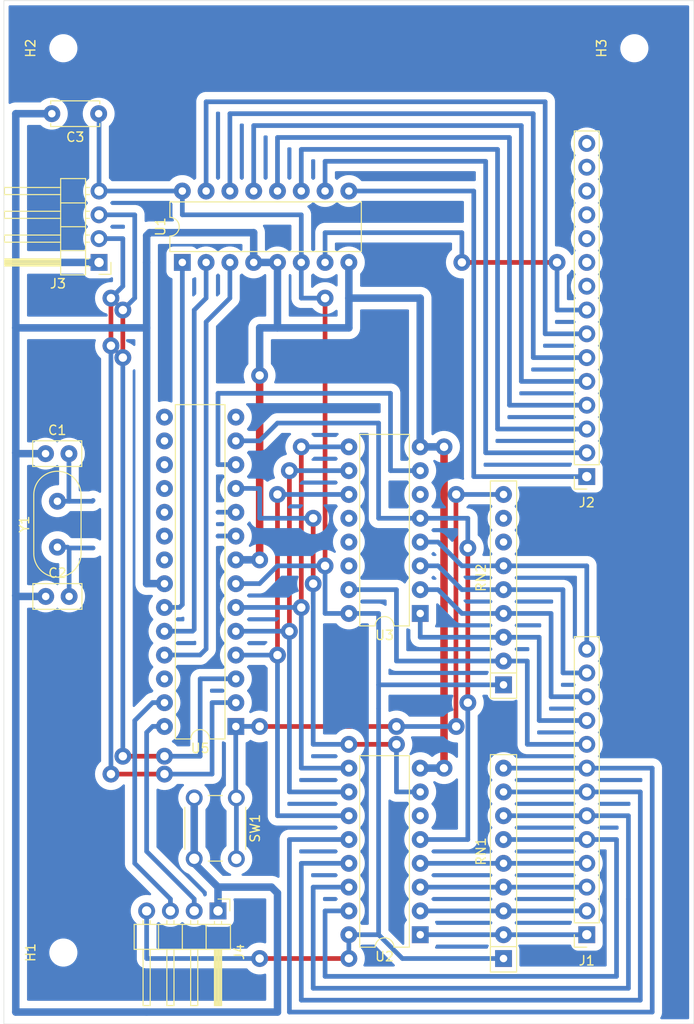
<source format=kicad_pcb>
(kicad_pcb (version 20240108) (generator "pcbnew") (generator_version "8.0")
  (layers (0 "F.Cu" signal) (31 "B.Cu" signal) (34 "B.Paste" user) (35 "F.Paste" user) (36 "B.SilkS" user "B.Silkscreen") (37 "F.SilkS" user "F.Silkscreen") (38 "B.Mask" user) (39 "F.Mask" user) (44 "Edge.Cuts" user))
  (net 0 "")
  (net 1 "VCC")
  (net 2 "GND")
  (net 3 "Net-(J1-Pin_4)")
  (net 4 "Net-(J1-Pin_8)")
  (net 5 "Net-(J1-Pin_12)")
  (net 6 "Net-(J1-Pin_11)")
  (net 7 "Net-(J1-Pin_1)")
  (net 8 "Net-(J1-Pin_9)")
  (net 9 "Net-(J1-Pin_10)")
  (net 10 "Net-(J1-Pin_7)")
  (net 11 "Net-(J1-Pin_6)")
  (net 12 "Net-(J1-Pin_5)")
  (net 13 "Net-(J1-Pin_3)")
  (net 14 "Net-(J1-Pin_13)")
  (net 15 "Net-(J1-Pin_2)")
  (net 16 "Net-(J2-Pin_4)")
  (net 17 "Net-(J2-Pin_8)")
  (net 18 "Net-(J2-Pin_7)")
  (net 19 "Net-(J2-Pin_3)")
  (net 20 "Net-(J2-Pin_1)")
  (net 22 "Net-(J2-Pin_6)")
  (net 26 "Net-(J2-Pin_2)")
  (net 30 "Net-(J2-Pin_5)")
  (net 36 "Net-(U1-A0)")
  (net 37 "Net-(U1-A2)")
  (net 38 "Net-(U1-A1)")
  (net 39 "Net-(U2-~{OE})")
  (net 40 "Net-(U2-S0)")
  (net 41 "Net-(U2-S2)")
  (net 42 "Net-(U2-S1)")
  (net 43 "Net-(U2-Y)")
  (net 44 "Net-(U3-~{OE})")
  (net 45 "/XTAL1")
  (net 46 "/XTAL2")
  (net 47 "/TXD")
  (net 48 "/RXD")
  (net 49 "/SCL")
  (net 51 "RST")
  (net 62 "/SDA")
  (footprint "Package_DIP:DIP-16_W7.62mm" (layer "F.Cu") (at 140.97 97.155 180)
    (property "Reference" "U3" (at 3.81 -2.33 360) (layer "F.SilkS"))
    (property "Value" "74LS251")
    (pad "1" thru_hole rect (at 0 0 180) (size 1.8 1.8) (drill 0.8) (layers "*.Cu" "*.Mask") (net 9 "Net-(J1-Pin_10)"))
    (pad "2" thru_hole oval (at 0 2.54 180) (size 1.8 1.8) (drill 0.8) (layers "*.Cu" "*.Mask") (net 6 "Net-(J1-Pin_11)"))
    (pad "3" thru_hole oval (at 0 5.08 180) (size 1.8 1.8) (drill 0.8) (layers "*.Cu" "*.Mask") (net 5 "Net-(J1-Pin_12)"))
    (pad "4" thru_hole oval (at 0 7.62 180) (size 1.8 1.8) (drill 0.8) (layers "*.Cu" "*.Mask") (net 14 "Net-(J1-Pin_13)"))
    (pad "5" thru_hole oval (at 0 10.16 180) (size 1.8 1.8) (drill 0.8) (layers "*.Cu" "*.Mask") (net 43 "Net-(U2-Y)"))
    (pad "6" thru_hole oval (at 0 12.7 180) (size 1.8 1.8) (drill 0.8) (layers "*.Cu" "*.Mask"))
    (pad "7" thru_hole oval (at 0 15.24 180) (size 1.8 1.8) (drill 0.8) (layers "*.Cu" "*.Mask") (net 44 "Net-(U3-~{OE})"))
    (pad "8" thru_hole oval (at 0 17.78 180) (size 1.8 1.8) (drill 0.8) (layers "*.Cu" "*.Mask") (net 2 "GND"))
    (pad "9" thru_hole oval (at 7.62 17.78 180) (size 1.8 1.8) (drill 0.8) (layers "*.Cu" "*.Mask") (net 41 "Net-(U2-S2)"))
    (pad "10" thru_hole oval (at 7.62 15.24 180) (size 1.8 1.8) (drill 0.8) (layers "*.Cu" "*.Mask") (net 42 "Net-(U2-S1)"))
    (pad "11" thru_hole oval (at 7.62 12.7 180) (size 1.8 1.8) (drill 0.8) (layers "*.Cu" "*.Mask") (net 40 "Net-(U2-S0)"))
    (pad "12" thru_hole oval (at 7.62 10.16 180) (size 1.8 1.8) (drill 0.8) (layers "*.Cu" "*.Mask"))
    (pad "13" thru_hole oval (at 7.62 7.62 180) (size 1.8 1.8) (drill 0.8) (layers "*.Cu" "*.Mask"))
    (pad "14" thru_hole oval (at 7.62 5.08 180) (size 1.8 1.8) (drill 0.8) (layers "*.Cu" "*.Mask"))
    (pad "15" thru_hole oval (at 7.62 2.54 180) (size 1.8 1.8) (drill 0.8) (layers "*.Cu" "*.Mask") (net 8 "Net-(J1-Pin_9)"))
    (pad "16" thru_hole oval (at 7.62 0 180) (size 1.8 1.8) (drill 0.8) (layers "*.Cu" "*.Mask") (net 1 "VCC"))
  )
  (footprint "Capacitor_THT:C_Disc_D5.0mm_W2.5mm_P5.00mm" (layer "F.Cu") (at 106.64 43.815 180)
    (property "Reference" "C3" (at 2.5 -2.5 360) (layer "F.SilkS"))
    (property "Value" "100nF")
    (pad "1" thru_hole circle (at 0 0 180) (size 1.8 1.8) (drill 0.8) (layers "*.Cu" "*.Mask") (net 1 "VCC"))
    (pad "2" thru_hole circle (at 5 0 180) (size 1.8 1.8) (drill 0.8) (layers "*.Cu" "*.Mask") (net 2 "GND"))
  )
  (footprint "MountingHole:MountingHole_2.5mm" (layer "F.Cu") (at 102.87 36.83 90)
    (property "Reference" "H2" (at 0 -3.5 90) (layer "F.SilkS"))
    (property "Value" "MountingHole")
    (pad "" np_thru_hole circle (at 0 0 90) (size 2.5 2.5) (drill 2.5) (layers "*.Cu" "*.Mask"))
  )
  (footprint "Crystal:Crystal_HC18-U_Vertical" (layer "F.Cu") (at 102.235 90.08 90)
    (property "Reference" "Y1" (at 2.45 -3.525 90) (layer "F.SilkS"))
    (property "Value" "8Mhz")
    (pad "1" thru_hole circle (at 0 0 90) (size 1.8 1.8) (drill 0.8) (layers "*.Cu" "*.Mask") (net 46 "/XTAL2"))
    (pad "2" thru_hole circle (at 4.9 0 90) (size 1.8 1.8) (drill 0.8) (layers "*.Cu" "*.Mask") (net 45 "/XTAL1"))
  )
  (footprint "Resistor_THT:R_Array_SIP9" (layer "F.Cu") (at 149.86 104.775 90)
    (property "Reference" "RN2" (at 11.43 -2.4 90) (layer "F.SilkS"))
    (property "Value" "4.7k")
    (pad "1" thru_hole rect (at 0 0 90) (size 1.8 1.8) (drill 0.8) (layers "*.Cu" "*.Mask") (net 1 "VCC"))
    (pad "2" thru_hole oval (at 2.54 0 90) (size 1.8 1.8) (drill 0.8) (layers "*.Cu" "*.Mask") (net 8 "Net-(J1-Pin_9)"))
    (pad "3" thru_hole oval (at 5.08 0 90) (size 1.8 1.8) (drill 0.8) (layers "*.Cu" "*.Mask") (net 9 "Net-(J1-Pin_10)"))
    (pad "4" thru_hole oval (at 7.62 0 90) (size 1.8 1.8) (drill 0.8) (layers "*.Cu" "*.Mask") (net 6 "Net-(J1-Pin_11)"))
    (pad "5" thru_hole oval (at 10.16 0 90) (size 1.8 1.8) (drill 0.8) (layers "*.Cu" "*.Mask") (net 5 "Net-(J1-Pin_12)"))
    (pad "6" thru_hole oval (at 12.7 0 90) (size 1.8 1.8) (drill 0.8) (layers "*.Cu" "*.Mask") (net 14 "Net-(J1-Pin_13)"))
    (pad "7" thru_hole oval (at 15.24 0 90) (size 1.8 1.8) (drill 0.8) (layers "*.Cu" "*.Mask"))
    (pad "8" thru_hole oval (at 17.78 0 90) (size 1.8 1.8) (drill 0.8) (layers "*.Cu" "*.Mask"))
    (pad "9" thru_hole oval (at 20.32 0 90) (size 1.8 1.8) (drill 0.8) (layers "*.Cu" "*.Mask") (net 51 "RST"))
  )
  (footprint "Connector_PinSocket_2.54mm:PinSocket_1x13_P2.54mm_Vertical" (layer "F.Cu") (at 158.75 131.445 180)
    (property "Reference" "J1" (at 0 -2.77 360) (layer "F.SilkS"))
    (property "Value" "Kbd_1")
    (pad "1" thru_hole rect (at 0 0 180) (size 1.8 1.8) (drill 1) (layers "*.Cu" "*.Mask") (net 7 "Net-(J1-Pin_1)"))
    (pad "2" thru_hole oval (at 0 2.54 180) (size 1.8 1.8) (drill 1) (layers "*.Cu" "*.Mask") (net 15 "Net-(J1-Pin_2)"))
    (pad "3" thru_hole oval (at 0 5.08 180) (size 1.8 1.8) (drill 1) (layers "*.Cu" "*.Mask") (net 13 "Net-(J1-Pin_3)"))
    (pad "4" thru_hole oval (at 0 7.62 180) (size 1.8 1.8) (drill 1) (layers "*.Cu" "*.Mask") (net 3 "Net-(J1-Pin_4)"))
    (pad "5" thru_hole oval (at 0 10.16 180) (size 1.8 1.8) (drill 1) (layers "*.Cu" "*.Mask") (net 12 "Net-(J1-Pin_5)"))
    (pad "6" thru_hole oval (at 0 12.7 180) (size 1.8 1.8) (drill 1) (layers "*.Cu" "*.Mask") (net 11 "Net-(J1-Pin_6)"))
    (pad "7" thru_hole oval (at 0 15.24 180) (size 1.8 1.8) (drill 1) (layers "*.Cu" "*.Mask") (net 10 "Net-(J1-Pin_7)"))
    (pad "8" thru_hole oval (at 0 17.78 180) (size 1.8 1.8) (drill 1) (layers "*.Cu" "*.Mask") (net 4 "Net-(J1-Pin_8)"))
    (pad "9" thru_hole oval (at 0 20.32 180) (size 1.8 1.8) (drill 1) (layers "*.Cu" "*.Mask") (net 8 "Net-(J1-Pin_9)"))
    (pad "10" thru_hole oval (at 0 22.86 180) (size 1.8 1.8) (drill 1) (layers "*.Cu" "*.Mask") (net 9 "Net-(J1-Pin_10)"))
    (pad "11" thru_hole oval (at 0 25.4 180) (size 1.8 1.8) (drill 1) (layers "*.Cu" "*.Mask") (net 6 "Net-(J1-Pin_11)"))
    (pad "12" thru_hole oval (at 0 27.94 180) (size 1.8 1.8) (drill 1) (layers "*.Cu" "*.Mask") (net 5 "Net-(J1-Pin_12)"))
    (pad "13" thru_hole oval (at 0 30.48 180) (size 1.8 1.8) (drill 1) (layers "*.Cu" "*.Mask") (net 14 "Net-(J1-Pin_13)"))
  )
  (footprint "Connector_PinHeader_2.54mm:PinHeader_1x04_P2.54mm_Horizontal" (layer "F.Cu") (at 119.38 128.905 -90)
    (property "Reference" "J4" (at 4.385 -2.27 90) (layer "F.SilkS"))
    (property "Value" "Display")
    (pad "1" thru_hole rect (at 0 0 270) (size 1.8 1.8) (drill 1) (layers "*.Cu" "*.Mask") (net 2 "GND"))
    (pad "2" thru_hole oval (at 0 2.54 270) (size 1.8 1.8) (drill 1) (layers "*.Cu" "*.Mask") (net 49 "/SCL"))
    (pad "3" thru_hole oval (at 0 5.08 270) (size 1.8 1.8) (drill 1) (layers "*.Cu" "*.Mask") (net 62 "/SDA"))
    (pad "4" thru_hole oval (at 0 7.62 270) (size 1.8 1.8) (drill 1) (layers "*.Cu" "*.Mask") (net 1 "VCC"))
  )
  (footprint "Capacitor_THT:C_Disc_D5.0mm_W2.5mm_P2.50mm" (layer "F.Cu") (at 100.965 80.1)
    (property "Reference" "C1" (at 1.25 -2.5 360) (layer "F.SilkS"))
    (property "Value" "22")
    (pad "1" thru_hole circle (at 0 0) (size 1.8 1.8) (drill 0.8) (layers "*.Cu" "*.Mask") (net 2 "GND"))
    (pad "2" thru_hole circle (at 2.5 0) (size 1.8 1.8) (drill 0.8) (layers "*.Cu" "*.Mask") (net 45 "/XTAL1"))
  )
  (footprint "Capacitor_THT:C_Disc_D5.0mm_W2.5mm_P2.50mm" (layer "F.Cu") (at 100.985 95.34)
    (property "Reference" "C2" (at 1.25 -2.5 360) (layer "F.SilkS"))
    (property "Value" "22")
    (pad "1" thru_hole circle (at 0 0) (size 1.8 1.8) (drill 0.8) (layers "*.Cu" "*.Mask") (net 2 "GND"))
    (pad "2" thru_hole circle (at 2.5 0) (size 1.8 1.8) (drill 0.8) (layers "*.Cu" "*.Mask") (net 46 "/XTAL2"))
  )
  (footprint "MountingHole:MountingHole_2.5mm" (layer "F.Cu") (at 163.83 36.83 90)
    (property "Reference" "H3" (at 0 -3.5 90) (layer "F.SilkS"))
    (property "Value" "MountingHole")
    (pad "" np_thru_hole circle (at 0 0 90) (size 2.5 2.5) (drill 2.5) (layers "*.Cu" "*.Mask"))
  )
  (footprint "Package_DIP:DIP-28_W7.62mm" (layer "F.Cu") (at 121.285 109.22 180)
    (property "Reference" "U5" (at 3.81 -2.33 360) (layer "F.SilkS"))
    (property "Value" "ATmega328-P")
    (pad "1" thru_hole rect (at 0 0 180) (size 1.8 1.8) (drill 0.8) (layers "*.Cu" "*.Mask") (net 51 "RST"))
    (pad "2" thru_hole oval (at 0 2.54 180) (size 1.8 1.8) (drill 0.8) (layers "*.Cu" "*.Mask") (net 48 "/RXD"))
    (pad "3" thru_hole oval (at 0 5.08 180) (size 1.8 1.8) (drill 0.8) (layers "*.Cu" "*.Mask") (net 47 "/TXD"))
    (pad "4" thru_hole oval (at 0 7.62 180) (size 1.8 1.8) (drill 0.8) (layers "*.Cu" "*.Mask") (net 40 "Net-(U2-S0)"))
    (pad "5" thru_hole oval (at 0 10.16 180) (size 1.8 1.8) (drill 0.8) (layers "*.Cu" "*.Mask") (net 42 "Net-(U2-S1)"))
    (pad "6" thru_hole oval (at 0 12.7 180) (size 1.8 1.8) (drill 0.8) (layers "*.Cu" "*.Mask") (net 41 "Net-(U2-S2)"))
    (pad "7" thru_hole oval (at 0 15.24 180) (size 1.8 1.8) (drill 0.8) (layers "*.Cu" "*.Mask") (net 1 "VCC"))
    (pad "8" thru_hole oval (at 0 17.78 180) (size 1.8 1.8) (drill 0.8) (layers "*.Cu" "*.Mask") (net 2 "GND"))
    (pad "9" thru_hole oval (at 0 20.32 180) (size 1.8 1.8) (drill 0.8) (layers "*.Cu" "*.Mask") (net 45 "/XTAL1"))
    (pad "10" thru_hole oval (at 0 22.86 180) (size 1.8 1.8) (drill 0.8) (layers "*.Cu" "*.Mask") (net 46 "/XTAL2"))
    (pad "11" thru_hole oval (at 0 25.4 180) (size 1.8 1.8) (drill 0.8) (layers "*.Cu" "*.Mask") (net 39 "Net-(U2-~{OE})"))
    (pad "12" thru_hole oval (at 0 27.94 180) (size 1.8 1.8) (drill 0.8) (layers "*.Cu" "*.Mask") (net 44 "Net-(U3-~{OE})"))
    (pad "13" thru_hole oval (at 0 30.48 180) (size 1.8 1.8) (drill 0.8) (layers "*.Cu" "*.Mask") (net 43 "Net-(U2-Y)"))
    (pad "14" thru_hole oval (at 0 33.02 180) (size 1.8 1.8) (drill 0.8) (layers "*.Cu" "*.Mask"))
    (pad "15" thru_hole oval (at 7.62 33.02 180) (size 1.8 1.8) (drill 0.8) (layers "*.Cu" "*.Mask"))
    (pad "16" thru_hole oval (at 7.62 30.48 180) (size 1.8 1.8) (drill 0.8) (layers "*.Cu" "*.Mask"))
    (pad "17" thru_hole oval (at 7.62 27.94 180) (size 1.8 1.8) (drill 0.8) (layers "*.Cu" "*.Mask"))
    (pad "18" thru_hole oval (at 7.62 25.4 180) (size 1.8 1.8) (drill 0.8) (layers "*.Cu" "*.Mask"))
    (pad "19" thru_hole oval (at 7.62 22.86 180) (size 1.8 1.8) (drill 0.8) (layers "*.Cu" "*.Mask"))
    (pad "20" thru_hole oval (at 7.62 20.32 180) (size 1.8 1.8) (drill 0.8) (layers "*.Cu" "*.Mask"))
    (pad "21" thru_hole oval (at 7.62 17.78 180) (size 1.8 1.8) (drill 0.8) (layers "*.Cu" "*.Mask"))
    (pad "22" thru_hole oval (at 7.62 15.24 180) (size 1.8 1.8) (drill 0.8) (layers "*.Cu" "*.Mask") (net 2 "GND"))
    (pad "23" thru_hole oval (at 7.62 12.7 180) (size 1.8 1.8) (drill 0.8) (layers "*.Cu" "*.Mask") (net 36 "Net-(U1-A0)"))
    (pad "24" thru_hole oval (at 7.62 10.16 180) (size 1.8 1.8) (drill 0.8) (layers "*.Cu" "*.Mask") (net 38 "Net-(U1-A1)"))
    (pad "25" thru_hole oval (at 7.62 7.62 180) (size 1.8 1.8) (drill 0.8) (layers "*.Cu" "*.Mask") (net 37 "Net-(U1-A2)"))
    (pad "26" thru_hole oval (at 7.62 5.08 180) (size 1.8 1.8) (drill 0.8) (layers "*.Cu" "*.Mask"))
    (pad "27" thru_hole oval (at 7.62 2.54 180) (size 1.8 1.8) (drill 0.8) (layers "*.Cu" "*.Mask") (net 62 "/SDA"))
    (pad "28" thru_hole oval (at 7.62 0 180) (size 1.8 1.8) (drill 0.8) (layers "*.Cu" "*.Mask") (net 49 "/SCL"))
  )
  (footprint "MountingHole:MountingHole_2.5mm" (layer "F.Cu") (at 102.87 133.35 90)
    (property "Reference" "H1" (at 0 -3.5 90) (layer "F.SilkS"))
    (property "Value" "MountingHole")
    (pad "" np_thru_hole circle (at 0 0 90) (size 2.5 2.5) (drill 2.5) (layers "*.Cu" "*.Mask"))
  )
  (footprint "Package_DIP:DIP-16_W7.62mm" (layer "F.Cu") (at 115.57 59.69 90)
    (property "Reference" "U1" (at 3.81 -2.33 90) (layer "F.SilkS"))
    (property "Value" "74LS138")
    (pad "1" thru_hole rect (at 0 0 90) (size 1.8 1.8) (drill 0.8) (layers "*.Cu" "*.Mask") (net 36 "Net-(U1-A0)"))
    (pad "2" thru_hole oval (at 0 2.54 90) (size 1.8 1.8) (drill 0.8) (layers "*.Cu" "*.Mask") (net 38 "Net-(U1-A1)"))
    (pad "3" thru_hole oval (at 0 5.08 90) (size 1.8 1.8) (drill 0.8) (layers "*.Cu" "*.Mask") (net 37 "Net-(U1-A2)"))
    (pad "4" thru_hole oval (at 0 7.62 90) (size 1.8 1.8) (drill 0.8) (layers "*.Cu" "*.Mask") (net 2 "GND"))
    (pad "5" thru_hole oval (at 0 10.16 90) (size 1.8 1.8) (drill 0.8) (layers "*.Cu" "*.Mask") (net 2 "GND"))
    (pad "6" thru_hole oval (at 0 12.7 90) (size 1.8 1.8) (drill 0.8) (layers "*.Cu" "*.Mask") (net 1 "VCC"))
    (pad "7" thru_hole oval (at 0 15.24 90) (size 1.8 1.8) (drill 0.8) (layers "*.Cu" "*.Mask") (net 17 "Net-(J2-Pin_8)"))
    (pad "8" thru_hole oval (at 0 17.78 90) (size 1.8 1.8) (drill 0.8) (layers "*.Cu" "*.Mask") (net 2 "GND"))
    (pad "9" thru_hole oval (at 7.62 17.78 90) (size 1.8 1.8) (drill 0.8) (layers "*.Cu" "*.Mask") (net 20 "Net-(J2-Pin_1)"))
    (pad "10" thru_hole oval (at 7.62 15.24 90) (size 1.8 1.8) (drill 0.8) (layers "*.Cu" "*.Mask") (net 26 "Net-(J2-Pin_2)"))
    (pad "11" thru_hole oval (at 7.62 12.7 90) (size 1.8 1.8) (drill 0.8) (layers "*.Cu" "*.Mask") (net 19 "Net-(J2-Pin_3)"))
    (pad "12" thru_hole oval (at 7.62 10.16 90) (size 1.8 1.8) (drill 0.8) (layers "*.Cu" "*.Mask") (net 16 "Net-(J2-Pin_4)"))
    (pad "13" thru_hole oval (at 7.62 7.62 90) (size 1.8 1.8) (drill 0.8) (layers "*.Cu" "*.Mask") (net 30 "Net-(J2-Pin_5)"))
    (pad "14" thru_hole oval (at 7.62 5.08 90) (size 1.8 1.8) (drill 0.8) (layers "*.Cu" "*.Mask") (net 22 "Net-(J2-Pin_6)"))
    (pad "15" thru_hole oval (at 7.62 2.54 90) (size 1.8 1.8) (drill 0.8) (layers "*.Cu" "*.Mask") (net 18 "Net-(J2-Pin_7)"))
    (pad "16" thru_hole oval (at 7.62 0 90) (size 1.8 1.8) (drill 0.8) (layers "*.Cu" "*.Mask") (net 1 "VCC"))
  )
  (footprint "Connector_PinSocket_2.54mm:PinSocket_1x15_P2.54mm_Vertical" (layer "F.Cu") (at 158.75 82.55 180)
    (property "Reference" "J2" (at 0 -2.77 360) (layer "F.SilkS"))
    (property "Value" "Kbd_2")
    (pad "1" thru_hole rect (at 0 0 180) (size 1.8 1.8) (drill 1) (layers "*.Cu" "*.Mask") (net 20 "Net-(J2-Pin_1)"))
    (pad "2" thru_hole oval (at 0 2.54 180) (size 1.8 1.8) (drill 1) (layers "*.Cu" "*.Mask") (net 26 "Net-(J2-Pin_2)"))
    (pad "3" thru_hole oval (at 0 5.08 180) (size 1.8 1.8) (drill 1) (layers "*.Cu" "*.Mask") (net 19 "Net-(J2-Pin_3)"))
    (pad "4" thru_hole oval (at 0 7.62 180) (size 1.8 1.8) (drill 1) (layers "*.Cu" "*.Mask") (net 16 "Net-(J2-Pin_4)"))
    (pad "5" thru_hole oval (at 0 10.16 180) (size 1.8 1.8) (drill 1) (layers "*.Cu" "*.Mask") (net 30 "Net-(J2-Pin_5)"))
    (pad "6" thru_hole oval (at 0 12.7 180) (size 1.8 1.8) (drill 1) (layers "*.Cu" "*.Mask") (net 22 "Net-(J2-Pin_6)"))
    (pad "7" thru_hole oval (at 0 15.24 180) (size 1.8 1.8) (drill 1) (layers "*.Cu" "*.Mask") (net 18 "Net-(J2-Pin_7)"))
    (pad "8" thru_hole oval (at 0 17.78 180) (size 1.8 1.8) (drill 1) (layers "*.Cu" "*.Mask") (net 17 "Net-(J2-Pin_8)"))
    (pad "9" thru_hole oval (at 0 20.32 180) (size 1.8 1.8) (drill 1) (layers "*.Cu" "*.Mask"))
    (pad "10" thru_hole oval (at 0 22.86 180) (size 1.8 1.8) (drill 1) (layers "*.Cu" "*.Mask"))
    (pad "11" thru_hole oval (at 0 25.4 180) (size 1.8 1.8) (drill 1) (layers "*.Cu" "*.Mask"))
    (pad "12" thru_hole oval (at 0 27.94 180) (size 1.8 1.8) (drill 1) (layers "*.Cu" "*.Mask"))
    (pad "13" thru_hole oval (at 0 30.48 180) (size 1.8 1.8) (drill 1) (layers "*.Cu" "*.Mask"))
    (pad "14" thru_hole oval (at 0 33.02 180) (size 1.8 1.8) (drill 1) (layers "*.Cu" "*.Mask"))
    (pad "15" thru_hole oval (at 0 35.56 180) (size 1.8 1.8) (drill 1) (layers "*.Cu" "*.Mask"))
  )
  (footprint "Button_Switch_THT:SW_PUSH_6mm" (layer "F.Cu") (at 121.34 116.84 -90)
    (property "Reference" "SW1" (at 3.25 -2 90) (layer "F.SilkS"))
    (property "Value" "RST")
    (pad "1" thru_hole circle (at 0 0) (size 1.8 1.8) (drill 1.1) (layers "*.Cu" "*.Mask") (net 51 "RST"))
    (pad "1" thru_hole circle (at 6.5 0) (size 1.8 1.8) (drill 1.1) (layers "*.Cu" "*.Mask") (net 51 "RST"))
    (pad "2" thru_hole circle (at 0 4.5) (size 1.8 1.8) (drill 1.1) (layers "*.Cu" "*.Mask") (net 2 "GND"))
    (pad "2" thru_hole circle (at 6.5 4.5) (size 1.8 1.8) (drill 1.1) (layers "*.Cu" "*.Mask") (net 2 "GND"))
  )
  (footprint "Connector_PinHeader_2.54mm:PinHeader_1x04_P2.54mm_Horizontal" (layer "F.Cu") (at 106.68 59.69 180)
    (property "Reference" "J3" (at 4.385 -2.27 360) (layer "F.SilkS"))
    (property "Value" "Serial")
    (pad "1" thru_hole rect (at 0 0 180) (size 1.8 1.8) (drill 1) (layers "*.Cu" "*.Mask") (net 2 "GND"))
    (pad "2" thru_hole oval (at 0 2.54 180) (size 1.8 1.8) (drill 1) (layers "*.Cu" "*.Mask") (net 48 "/RXD"))
    (pad "3" thru_hole oval (at 0 5.08 180) (size 1.8 1.8) (drill 1) (layers "*.Cu" "*.Mask") (net 47 "/TXD"))
    (pad "4" thru_hole oval (at 0 7.62 180) (size 1.8 1.8) (drill 1) (layers "*.Cu" "*.Mask") (net 1 "VCC"))
  )
  (footprint "Package_DIP:DIP-16_W7.62mm" (layer "F.Cu") (at 140.97 131.445 180)
    (property "Reference" "U2" (at 3.81 -2.33 360) (layer "F.SilkS"))
    (property "Value" "74LS251")
    (pad "1" thru_hole rect (at 0 0 180) (size 1.8 1.8) (drill 0.8) (layers "*.Cu" "*.Mask") (net 7 "Net-(J1-Pin_1)"))
    (pad "2" thru_hole oval (at 0 2.54 180) (size 1.8 1.8) (drill 0.8) (layers "*.Cu" "*.Mask") (net 15 "Net-(J1-Pin_2)"))
    (pad "3" thru_hole oval (at 0 5.08 180) (size 1.8 1.8) (drill 0.8) (layers "*.Cu" "*.Mask") (net 13 "Net-(J1-Pin_3)"))
    (pad "4" thru_hole oval (at 0 7.62 180) (size 1.8 1.8) (drill 0.8) (layers "*.Cu" "*.Mask") (net 3 "Net-(J1-Pin_4)"))
    (pad "5" thru_hole oval (at 0 10.16 180) (size 1.8 1.8) (drill 0.8) (layers "*.Cu" "*.Mask") (net 43 "Net-(U2-Y)"))
    (pad "6" thru_hole oval (at 0 12.7 180) (size 1.8 1.8) (drill 0.8) (layers "*.Cu" "*.Mask"))
    (pad "7" thru_hole oval (at 0 15.24 180) (size 1.8 1.8) (drill 0.8) (layers "*.Cu" "*.Mask") (net 39 "Net-(U2-~{OE})"))
    (pad "8" thru_hole oval (at 0 17.78 180) (size 1.8 1.8) (drill 0.8) (layers "*.Cu" "*.Mask") (net 2 "GND"))
    (pad "9" thru_hole oval (at 7.62 17.78 180) (size 1.8 1.8) (drill 0.8) (layers "*.Cu" "*.Mask") (net 41 "Net-(U2-S2)"))
    (pad "10" thru_hole oval (at 7.62 15.24 180) (size 1.8 1.8) (drill 0.8) (layers "*.Cu" "*.Mask") (net 42 "Net-(U2-S1)"))
    (pad "11" thru_hole oval (at 7.62 12.7 180) (size 1.8 1.8) (drill 0.8) (layers "*.Cu" "*.Mask") (net 40 "Net-(U2-S0)"))
    (pad "12" thru_hole oval (at 7.62 10.16 180) (size 1.8 1.8) (drill 0.8) (layers "*.Cu" "*.Mask") (net 4 "Net-(J1-Pin_8)"))
    (pad "13" thru_hole oval (at 7.62 7.62 180) (size 1.8 1.8) (drill 0.8) (layers "*.Cu" "*.Mask") (net 10 "Net-(J1-Pin_7)"))
    (pad "14" thru_hole oval (at 7.62 5.08 180) (size 1.8 1.8) (drill 0.8) (layers "*.Cu" "*.Mask") (net 11 "Net-(J1-Pin_6)"))
    (pad "15" thru_hole oval (at 7.62 2.54 180) (size 1.8 1.8) (drill 0.8) (layers "*.Cu" "*.Mask") (net 12 "Net-(J1-Pin_5)"))
    (pad "16" thru_hole oval (at 7.62 0 180) (size 1.8 1.8) (drill 0.8) (layers "*.Cu" "*.Mask") (net 1 "VCC"))
  )
  (footprint "Resistor_THT:R_Array_SIP9" (layer "F.Cu") (at 149.86 133.985 90)
    (property "Reference" "RN1" (at 11.43 -2.4 90) (layer "F.SilkS"))
    (property "Value" "4.7k")
    (pad "1" thru_hole rect (at 0 0 90) (size 1.8 1.8) (drill 0.8) (layers "*.Cu" "*.Mask") (net 1 "VCC"))
    (pad "2" thru_hole oval (at 2.54 0 90) (size 1.8 1.8) (drill 0.8) (layers "*.Cu" "*.Mask") (net 7 "Net-(J1-Pin_1)"))
    (pad "3" thru_hole oval (at 5.08 0 90) (size 1.8 1.8) (drill 0.8) (layers "*.Cu" "*.Mask") (net 15 "Net-(J1-Pin_2)"))
    (pad "4" thru_hole oval (at 7.62 0 90) (size 1.8 1.8) (drill 0.8) (layers "*.Cu" "*.Mask") (net 13 "Net-(J1-Pin_3)"))
    (pad "5" thru_hole oval (at 10.16 0 90) (size 1.8 1.8) (drill 0.8) (layers "*.Cu" "*.Mask") (net 3 "Net-(J1-Pin_4)"))
    (pad "6" thru_hole oval (at 12.7 0 90) (size 1.8 1.8) (drill 0.8) (layers "*.Cu" "*.Mask") (net 12 "Net-(J1-Pin_5)"))
    (pad "7" thru_hole oval (at 15.24 0 90) (size 1.8 1.8) (drill 0.8) (layers "*.Cu" "*.Mask") (net 11 "Net-(J1-Pin_6)"))
    (pad "8" thru_hole oval (at 17.78 0 90) (size 1.8 1.8) (drill 0.8) (layers "*.Cu" "*.Mask") (net 10 "Net-(J1-Pin_7)"))
    (pad "9" thru_hole oval (at 20.32 0 90) (size 1.8 1.8) (drill 0.8) (layers "*.Cu" "*.Mask") (net 4 "Net-(J1-Pin_8)"))
  )
  (gr_line (start 96.52 31.75) (end 96.52 140.97) (stroke (width 0.05)) (layer "Edge.Cuts"))
  (gr_line (start 170.18 140.97) (end 170.18 31.75) (stroke (width 0.05)) (layer "Edge.Cuts"))
  (gr_line (start 96.52 140.97) (end 170.18 140.97) (stroke (width 0.05)) (layer "Edge.Cuts"))
  (gr_line (start 170.18 31.75) (end 96.52 31.75) (stroke (width 0.05)) (layer "Edge.Cuts"))
  (segment (start 130.81 92.075) (end 130.81 63.5) (width 0.5) (layer "F.Cu") (net 1))
  (segment (start 133.35 133.985) (end 123.825 133.985) (width 0.5) (layer "F.Cu") (net 1))
  (via (at 133.35 133.985) (size 1.8) (drill 0.9) (layers "F.Cu" "B.Cu") (net 1))
  (via (at 130.81 63.5) (size 1.8) (drill 0.9) (layers "F.Cu" "B.Cu") (net 1))
  (via (at 123.825 133.985) (size 1.8) (drill 0.9) (layers "F.Cu" "B.Cu") (net 1))
  (via (at 130.81 92.075) (size 1.8) (drill 0.9) (layers "F.Cu" "B.Cu") (net 1))
  (segment (start 136.525 97.155) (end 133.35 97.155) (width 0.5) (layer "B.Cu") (net 1))
  (segment (start 123.815 93.97) (end 125.71 92.075) (width 0.5) (layer "B.Cu") (net 1))
  (segment (start 136.525 107.315) (end 136.525 131.445) (width 0.5) (layer "B.Cu") (net 1))
  (segment (start 136.525 131.445) (end 133.35 131.445) (width 0.5) (layer "B.Cu") (net 1))
  (segment (start 136.525 104.775) (end 136.525 97.155) (width 0.5) (layer "B.Cu") (net 1))
  (segment (start 123.825 133.985) (end 111.76 133.985) (width 0.5) (layer "B.Cu") (net 1))
  (segment (start 149.86 104.775) (end 136.525 104.775) (width 0.5) (layer "B.Cu") (net 1))
  (segment (start 121.275 93.97) (end 123.815 93.97) (width 0.5) (layer "B.Cu") (net 1))
  (segment (start 130.81 63.5) (end 128.27 63.5) (width 0.5) (layer "B.Cu") (net 1))
  (segment (start 106.68 52.07) (end 106.68 51.435) (width 0.5) (layer "B.Cu") (net 1))
  (segment (start 136.525 107.315) (end 136.525 104.775) (width 0.5) (layer "B.Cu") (net 1))
  (segment (start 106.68 52.07) (end 106.68 43.855) (width 0.5) (layer "B.Cu") (net 1))
  (segment (start 149.86 133.985) (end 139.065 133.985) (width 0.5) (layer "B.Cu") (net 1))
  (segment (start 128.27 54.61) (end 115.57 54.61) (width 0.5) (layer "B.Cu") (net 1))
  (segment (start 128.27 59.69) (end 128.27 54.61) (width 0.5) (layer "B.Cu") (net 1))
  (segment (start 106.68 43.855) (end 106.64 43.815) (width 0.5) (layer "B.Cu") (net 1))
  (segment (start 125.71 92.075) (end 130.81 92.075) (width 0.5) (layer "B.Cu") (net 1))
  (segment (start 115.57 52.07) (end 106.68 52.07) (width 0.5) (layer "B.Cu") (net 1))
  (segment (start 115.57 54.61) (end 115.57 52.07) (width 0.5) (layer "B.Cu") (net 1))
  (segment (start 133.35 131.445) (end 133.35 133.985) (width 0.5) (layer "B.Cu") (net 1))
  (segment (start 106.68 51.435) (end 106.72 51.395) (width 0.5) (layer "B.Cu") (net 1))
  (segment (start 139.065 133.985) (end 136.525 131.445) (width 0.5) (layer "B.Cu") (net 1))
  (segment (start 130.81 92.075) (end 130.81 97.155) (width 0.5) (layer "B.Cu") (net 1))
  (segment (start 128.27 63.5) (end 128.27 59.69) (width 0.5) (layer "B.Cu") (net 1))
  (segment (start 130.81 97.155) (end 133.35 97.155) (width 0.5) (layer "B.Cu") (net 1))
  (segment (start 111.76 133.985) (end 111.76 128.905) (width 0.5) (layer "B.Cu") (net 1))
  (segment (start 123.825 91.44) (end 123.825 71.755) (width 0.8) (layer "F.Cu") (net 2))
  (segment (start 143.51 113.665) (end 143.51 79.375) (width 0.8) (layer "F.Cu") (net 2))
  (via (at 123.825 71.755) (size 1.8) (drill 0.9) (layers "F.Cu" "B.Cu") (net 2))
  (via (at 143.51 79.375) (size 1.8) (drill 0.9) (layers "F.Cu" "B.Cu") (net 2))
  (via (at 123.825 91.44) (size 1.8) (drill 0.9) (layers "F.Cu" "B.Cu") (net 2))
  (via (at 143.51 113.665) (size 1.8) (drill 0.9) (layers "F.Cu" "B.Cu") (net 2))
  (segment (start 97.88 95.34) (end 97.79 95.25) (width 0.8) (layer "B.Cu") (net 2))
  (segment (start 112.0775 56.515) (end 123.19 56.515) (width 0.8) (layer "B.Cu") (net 2))
  (segment (start 97.79 66.675) (end 97.79 59.69) (width 0.8) (layer "B.Cu") (net 2))
  (segment (start 113.655 93.97) (end 111.77 93.97) (width 0.8) (layer "B.Cu") (net 2))
  (segment (start 133.35 66.675) (end 133.35 63.5) (width 0.8) (layer "B.Cu") (net 2))
  (segment (start 123.19 56.515) (end 123.19 59.69) (width 0.8) (layer "B.Cu") (net 2))
  (segment (start 97.79 95.25) (end 97.79 80.01) (width 0.8) (layer "B.Cu") (net 2))
  (segment (start 123.825 71.755) (end 123.825 66.675) (width 0.8) (layer "B.Cu") (net 2))
  (segment (start 133.35 59.69) (end 133.35 63.5) (width 0.8) (layer "B.Cu") (net 2))
  (segment (start 143.51 79.375) (end 140.97 79.375) (width 0.8) (layer "B.Cu") (net 2))
  (segment (start 97.79 59.69) (end 106.68 59.69) (width 0.8) (layer "B.Cu") (net 2))
  (segment (start 123.825 66.675) (end 125.73 66.675) (width 0.8) (layer "B.Cu") (net 2))
  (segment (start 116.84 123.34) (end 116.84 123.825) (width 0.8) (layer "B.Cu") (net 2))
  (segment (start 119.38 126.365) (end 125.095 126.365) (width 0.8) (layer "B.Cu") (net 2))
  (segment (start 133.35 63.5) (end 140.97 63.5) (width 0.8) (layer "B.Cu") (net 2))
  (segment (start 111.76 66.675) (end 111.76 59.69) (width 0.8) (layer "B.Cu") (net 2))
  (segment (start 111.77 93.97) (end 111.76 93.98) (width 0.8) (layer "B.Cu") (net 2))
  (segment (start 140.97 113.665) (end 143.51 113.665) (width 0.8) (layer "B.Cu") (net 2))
  (segment (start 111.76 93.98) (end 111.76 66.675) (width 0.8) (layer "B.Cu") (net 2))
  (segment (start 100.965 80.1) (end 97.88 80.1) (width 0.8) (layer "B.Cu") (net 2))
  (segment (start 100.985 95.34) (end 97.88 95.34) (width 0.8) (layer "B.Cu") (net 2))
  (segment (start 123.815 91.43) (end 123.825 91.44) (width 0.8) (layer "B.Cu") (net 2))
  (segment (start 97.79 66.675) (end 111.76 66.675) (width 0.8) (layer "B.Cu") (net 2))
  (segment (start 125.73 59.69) (end 125.73 66.675) (width 0.8) (layer "B.Cu") (net 2))
  (segment (start 97.88 80.1) (end 97.79 80.01) (width 0.8) (layer "B.Cu") (net 2))
  (segment (start 116.84 123.34) (end 116.84 116.84) (width 0.8) (layer "B.Cu") (net 2))
  (segment (start 125.73 139.7) (end 111.77 139.7) (width 0.8) (layer "B.Cu") (net 2))
  (segment (start 125.73 59.69) (end 123.19 59.69) (width 0.8) (layer "B.Cu") (net 2))
  (segment (start 125.095 126.365) (end 125.73 127) (width 0.8) (layer "B.Cu") (net 2))
  (segment (start 97.79 43.815) (end 97.79 59.69) (width 0.8) (layer "B.Cu") (net 2))
  (segment (start 116.84 123.825) (end 119.38 126.365) (width 0.8) (layer "B.Cu") (net 2))
  (segment (start 111.76 56.8325) (end 112.0775 56.515) (width 0.8) (layer "B.Cu") (net 2))
  (segment (start 125.73 66.675) (end 133.35 66.675) (width 0.8) (layer "B.Cu") (net 2))
  (segment (start 140.97 63.5) (end 140.97 79.375) (width 0.8) (layer "B.Cu") (net 2))
  (segment (start 125.73 127) (end 125.73 139.7) (width 0.8) (layer "B.Cu") (net 2))
  (segment (start 121.275 91.43) (end 123.815 91.43) (width 0.8) (layer "B.Cu") (net 2))
  (segment (start 119.38 128.905) (end 119.38 126.365) (width 0.8) (layer "B.Cu") (net 2))
  (segment (start 101.64 43.815) (end 97.79 43.815) (width 0.8) (layer "B.Cu") (net 2))
  (segment (start 97.79 80.01) (end 97.79 66.675) (width 0.8) (layer "B.Cu") (net 2))
  (segment (start 111.77 139.7) (end 97.79 139.7) (width 0.8) (layer "B.Cu") (net 2))
  (segment (start 111.76 59.69) (end 111.76 56.8325) (width 0.8) (layer "B.Cu") (net 2))
  (segment (start 97.79 139.7) (end 97.79 95.25) (width 0.8) (layer "B.Cu") (net 2))
  (segment (start 140.97 123.825) (end 151.13 123.825) (width 0.5) (layer "B.Cu") (net 3))
  (segment (start 151.13 123.825) (end 158.75 123.825) (width 0.5) (layer "B.Cu") (net 3))
  (segment (start 127 139.7) (end 127 121.285) (width 0.5) (layer "B.Cu") (net 4))
  (segment (start 158.75 113.665) (end 165.735 113.665) (width 0.5) (layer "B.Cu") (net 4))
  (segment (start 127 121.285) (end 133.35 121.285) (width 0.5) (layer "B.Cu") (net 4))
  (segment (start 165.735 113.665) (end 165.735 139.7) (width 0.5) (layer "B.Cu") (net 4))
  (segment (start 165.735 139.7) (end 127 139.7) (width 0.5) (layer "B.Cu") (net 4))
  (segment (start 158.75 113.665) (end 149.86 113.665) (width 0.5) (layer "B.Cu") (net 4))
  (segment (start 158.75 103.505) (end 156.21 103.505) (width 0.5) (layer "B.Cu") (net 5))
  (segment (start 149.86 94.615) (end 145.415 94.615) (width 0.5) (layer "B.Cu") (net 5))
  (segment (start 142.875 92.075) (end 140.97 92.075) (width 0.5) (layer "B.Cu") (net 5))
  (segment (start 156.21 94.615) (end 149.86 94.615) (width 0.5) (layer "B.Cu") (net 5))
  (segment (start 156.21 103.505) (end 156.21 94.615) (width 0.5) (layer "B.Cu") (net 5))
  (segment (start 145.415 94.615) (end 142.875 92.075) (width 0.5) (layer "B.Cu") (net 5))
  (segment (start 145.415 97.155) (end 142.875 94.615) (width 0.5) (layer "B.Cu") (net 6))
  (segment (start 158.75 106.045) (end 154.94 106.045) (width 0.5) (layer "B.Cu") (net 6))
  (segment (start 149.86 97.155) (end 145.415 97.155) (width 0.5) (layer "B.Cu") (net 6))
  (segment (start 142.875 94.615) (end 140.97 94.615) (width 0.5) (layer "B.Cu") (net 6))
  (segment (start 154.94 97.155) (end 149.86 97.155) (width 0.5) (layer "B.Cu") (net 6))
  (segment (start 154.94 106.045) (end 154.94 97.155) (width 0.5) (layer "B.Cu") (net 6))
  (segment (start 140.97 131.445) (end 151.13 131.445) (width 0.5) (layer "B.Cu") (net 7))
  (segment (start 151.13 131.445) (end 158.75 131.445) (width 0.5) (layer "B.Cu") (net 7))
  (segment (start 138.43 102.235) (end 149.86 102.235) (width 0.5) (layer "B.Cu") (net 8))
  (segment (start 152.4 102.235) (end 152.4 111.125) (width 0.5) (layer "B.Cu") (net 8))
  (segment (start 149.86 102.235) (end 152.4 102.235) (width 0.5) (layer "B.Cu") (net 8))
  (segment (start 138.43 94.615) (end 133.35 94.615) (width 0.5) (layer "B.Cu") (net 8))
  (segment (start 138.43 94.615) (end 138.43 102.235) (width 0.5) (layer "B.Cu") (net 8))
  (segment (start 152.4 111.125) (end 158.75 111.125) (width 0.5) (layer "B.Cu") (net 8))
  (segment (start 153.67 99.695) (end 149.86 99.695) (width 0.5) (layer "B.Cu") (net 9))
  (segment (start 140.97 99.695) (end 149.86 99.695) (width 0.5) (layer "B.Cu") (net 9))
  (segment (start 158.75 108.585) (end 153.67 108.585) (width 0.5) (layer "B.Cu") (net 9))
  (segment (start 153.67 108.585) (end 153.67 99.695) (width 0.5) (layer "B.Cu") (net 9))
  (segment (start 140.97 97.155) (end 140.97 99.695) (width 0.5) (layer "B.Cu") (net 9))
  (segment (start 128.27 123.825) (end 128.27 138.43) (width 0.5) (layer "B.Cu") (net 10))
  (segment (start 128.27 138.43) (end 164.465 138.43) (width 0.5) (layer "B.Cu") (net 10))
  (segment (start 133.35 123.825) (end 128.27 123.825) (width 0.5) (layer "B.Cu") (net 10))
  (segment (start 164.465 138.43) (end 164.465 116.205) (width 0.5) (layer "B.Cu") (net 10))
  (segment (start 164.465 116.205) (end 158.75 116.205) (width 0.5) (layer "B.Cu") (net 10))
  (segment (start 158.75 116.205) (end 149.86 116.205) (width 0.5) (layer "B.Cu") (net 10))
  (segment (start 158.75 118.745) (end 163.195 118.745) (width 0.5) (layer "B.Cu") (net 11))
  (segment (start 163.195 137.16) (end 129.54 137.16) (width 0.5) (layer "B.Cu") (net 11))
  (segment (start 158.75 118.745) (end 149.86 118.745) (width 0.5) (layer "B.Cu") (net 11))
  (segment (start 129.54 126.365) (end 133.35 126.365) (width 0.5) (layer "B.Cu") (net 11))
  (segment (start 129.54 137.16) (end 129.54 126.365) (width 0.5) (layer "B.Cu") (net 11))
  (segment (start 163.195 127.635) (end 163.195 137.16) (width 0.5) (layer "B.Cu") (net 11))
  (segment (start 163.195 118.745) (end 163.195 127.635) (width 0.5) (layer "B.Cu") (net 11))
  (segment (start 161.925 121.285) (end 158.75 121.285) (width 0.5) (layer "B.Cu") (net 12))
  (segment (start 133.35 128.905) (end 130.81 128.905) (width 0.5) (layer "B.Cu") (net 12))
  (segment (start 130.81 128.905) (end 130.81 135.89) (width 0.5) (layer "B.Cu") (net 12))
  (segment (start 161.925 135.89) (end 161.925 121.285) (width 0.5) (layer "B.Cu") (net 12))
  (segment (start 130.81 135.89) (end 161.925 135.89) (width 0.5) (layer "B.Cu") (net 12))
  (segment (start 158.75 121.285) (end 149.86 121.285) (width 0.5) (layer "B.Cu") (net 12))
  (segment (start 151.13 126.365) (end 158.75 126.365) (width 0.5) (layer "B.Cu") (net 13))
  (segment (start 140.97 126.365) (end 151.13 126.365) (width 0.5) (layer "B.Cu") (net 13))
  (segment (start 149.86 92.075) (end 145.415 92.075) (width 0.5) (layer "B.Cu") (net 14))
  (segment (start 158.75 92.075) (end 149.86 92.075) (width 0.5) (layer "B.Cu") (net 14))
  (segment (start 145.415 92.075) (end 142.875 89.535) (width 0.5) (layer "B.Cu") (net 14))
  (segment (start 142.875 89.535) (end 140.97 89.535) (width 0.5) (layer "B.Cu") (net 14))
  (segment (start 158.75 100.965) (end 158.75 92.075) (width 0.5) (layer "B.Cu") (net 14))
  (segment (start 140.97 128.905) (end 151.13 128.905) (width 0.5) (layer "B.Cu") (net 15))
  (segment (start 151.13 128.905) (end 158.75 128.905) (width 0.5) (layer "B.Cu") (net 15))
  (segment (start 150.495 74.93) (end 150.495 46.355) (width 0.5) (layer "B.Cu") (net 16))
  (segment (start 125.73 46.355) (end 125.73 52.07) (width 0.5) (layer "B.Cu") (net 16))
  (segment (start 150.495 46.355) (end 125.73 46.355) (width 0.5) (layer "B.Cu") (net 16))
  (segment (start 158.75 74.93) (end 150.495 74.93) (width 0.5) (layer "B.Cu") (net 16))
  (segment (start 145.415 59.69) (end 155.575 59.69) (width 0.5) (layer "F.Cu") (net 17))
  (via (at 145.415 59.69) (size 1.8) (drill 0.9) (layers "F.Cu" "B.Cu") (net 17))
  (via (at 155.575 59.69) (size 1.8) (drill 0.9) (layers "F.Cu" "B.Cu") (net 17))
  (segment (start 145.415 56.515) (end 130.81 56.515) (width 0.5) (layer "B.Cu") (net 17))
  (segment (start 158.75 64.77) (end 155.575 64.77) (width 0.5) (layer "B.Cu") (net 17))
  (segment (start 145.415 59.69) (end 145.415 56.515) (width 0.5) (layer "B.Cu") (net 17))
  (segment (start 130.81 56.515) (end 130.81 59.69) (width 0.5) (layer "B.Cu") (net 17))
  (segment (start 155.575 64.77) (end 155.575 59.69) (width 0.5) (layer "B.Cu") (net 17))
  (segment (start 118.11 42.545) (end 118.11 52.07) (width 0.5) (layer "B.Cu") (net 18))
  (segment (start 154.305 67.31) (end 154.305 42.545) (width 0.5) (layer "B.Cu") (net 18))
  (segment (start 158.75 67.31) (end 154.305 67.31) (width 0.5) (layer "B.Cu") (net 18))
  (segment (start 154.305 42.545) (end 118.11 42.545) (width 0.5) (layer "B.Cu") (net 18))
  (segment (start 128.27 47.625) (end 149.225 47.625) (width 0.5) (layer "B.Cu") (net 19))
  (segment (start 149.225 77.47) (end 158.75 77.47) (width 0.5) (layer "B.Cu") (net 19))
  (segment (start 128.27 52.07) (end 128.27 47.625) (width 0.5) (layer "B.Cu") (net 19))
  (segment (start 149.225 47.625) (end 149.225 77.47) (width 0.5) (layer "B.Cu") (net 19))
  (segment (start 133.35 52.07) (end 146.685 52.07) (width 0.5) (layer "B.Cu") (net 20))
  (segment (start 146.685 82.55) (end 158.75 82.55) (width 0.5) (layer "B.Cu") (net 20))
  (segment (start 146.685 52.07) (end 146.685 82.55) (width 0.5) (layer "B.Cu") (net 20))
  (segment (start 153.035 43.815) (end 120.65 43.815) (width 0.5) (layer "B.Cu") (net 22))
  (segment (start 120.65 43.815) (end 120.65 52.07) (width 0.5) (layer "B.Cu") (net 22))
  (segment (start 158.75 69.85) (end 153.035 69.85) (width 0.5) (layer "B.Cu") (net 22))
  (segment (start 153.035 69.85) (end 153.035 43.815) (width 0.5) (layer "B.Cu") (net 22))
  (segment (start 130.81 48.895) (end 130.81 52.07) (width 0.5) (layer "B.Cu") (net 26))
  (segment (start 147.955 80.01) (end 147.955 48.895) (width 0.5) (layer "B.Cu") (net 26))
  (segment (start 158.75 80.01) (end 147.955 80.01) (width 0.5) (layer "B.Cu") (net 26))
  (segment (start 147.955 48.895) (end 130.81 48.895) (width 0.5) (layer "B.Cu") (net 26))
  (segment (start 123.19 52.07) (end 123.19 45.085) (width 0.5) (layer "B.Cu") (net 30))
  (segment (start 123.19 45.085) (end 151.765 45.085) (width 0.5) (layer "B.Cu") (net 30))
  (segment (start 151.765 45.085) (end 151.765 72.39) (width 0.5) (layer "B.Cu") (net 30))
  (segment (start 151.765 72.39) (end 158.75 72.39) (width 0.5) (layer "B.Cu") (net 30))
  (segment (start 116.205 60.325) (end 115.57 59.69) (width 0.5) (layer "B.Cu") (net 36))
  (segment (start 115.57 96.215) (end 115.57 59.69) (width 0.5) (layer "B.Cu") (net 36))
  (segment (start 115.275 96.51) (end 115.57 96.215) (width 0.5) (layer "B.Cu") (net 36))
  (segment (start 113.655 96.51) (end 115.275 96.51) (width 0.5) (layer "B.Cu") (net 36))
  (segment (start 118.11 100.945) (end 118.11 66.04) (width 0.5) (layer "B.Cu") (net 37))
  (segment (start 120.65 63.5) (end 120.65 59.69) (width 0.5) (layer "B.Cu") (net 37))
  (segment (start 113.655 101.59) (end 117.465 101.59) (width 0.5) (layer "B.Cu") (net 37))
  (segment (start 117.465 101.59) (end 118.11 100.945) (width 0.5) (layer "B.Cu") (net 37))
  (segment (start 118.11 66.04) (end 120.65 63.5) (width 0.5) (layer "B.Cu") (net 37))
  (segment (start 118.11 63.5) (end 118.11 59.69) (width 0.5) (layer "B.Cu") (net 38))
  (segment (start 116.665 99.05) (end 116.84 98.875) (width 0.5) (layer "B.Cu") (net 38))
  (segment (start 116.84 64.77) (end 118.11 63.5) (width 0.5) (layer "B.Cu") (net 38))
  (segment (start 113.655 99.05) (end 116.665 99.05) (width 0.5) (layer "B.Cu") (net 38))
  (segment (start 116.84 98.875) (end 116.84 64.77) (width 0.5) (layer "B.Cu") (net 38))
  (segment (start 129.54 93.98) (end 129.54 86.995) (width 0.5) (layer "F.Cu") (net 39))
  (segment (start 138.43 111.125) (end 133.35 111.125) (width 0.5) (layer "F.Cu") (net 39))
  (via (at 138.43 111.125) (size 1.8) (drill 0.9) (layers "F.Cu" "B.Cu") (net 39))
  (via (at 129.54 86.995) (size 1.8) (drill 0.9) (layers "F.Cu" "B.Cu") (net 39))
  (via (at 129.54 93.98) (size 1.8) (drill 0.9) (layers "F.Cu" "B.Cu") (net 39))
  (via (at 133.35 111.125) (size 1.8) (drill 0.9) (layers "F.Cu" "B.Cu") (net 39))
  (segment (start 123.19 83.82) (end 123.18 83.81) (width 0.5) (layer "B.Cu") (net 39))
  (segment (start 123.825 86.995) (end 123.825 83.82) (width 0.5) (layer "B.Cu") (net 39))
  (segment (start 129.54 86.995) (end 123.825 86.995) (width 0.5) (layer "B.Cu") (net 39))
  (segment (start 123.825 83.82) (end 123.19 83.82) (width 0.5) (layer "B.Cu") (net 39))
  (segment (start 123.18 83.81) (end 121.275 83.81) (width 0.5) (layer "B.Cu") (net 39))
  (segment (start 138.43 116.205) (end 138.43 111.125) (width 0.5) (layer "B.Cu") (net 39))
  (segment (start 129.54 93.98) (end 129.54 111.125) (width 0.5) (layer "B.Cu") (net 39))
  (segment (start 140.97 116.205) (end 138.43 116.205) (width 0.5) (layer "B.Cu") (net 39))
  (segment (start 129.54 111.125) (end 133.35 111.125) (width 0.5) (layer "B.Cu") (net 39))
  (segment (start 125.73 84.455) (end 125.73 101.6) (width 0.5) (layer "F.Cu") (net 40))
  (via (at 125.73 84.455) (size 1.8) (drill 0.9) (layers "F.Cu" "B.Cu") (net 40))
  (via (at 125.73 101.6) (size 1.8) (drill 0.9) (layers "F.Cu" "B.Cu") (net 40))
  (segment (start 125.73 101.6) (end 125.73 118.745) (width 0.5) (layer "B.Cu") (net 40))
  (segment (start 133.35 84.455) (end 125.73 84.455) (width 0.5) (layer "B.Cu") (net 40))
  (segment (start 121.285 101.6) (end 121.275 101.59) (width 0.5) (layer "B.Cu") (net 40))
  (segment (start 125.73 118.745) (end 133.35 118.745) (width 0.5) (layer "B.Cu") (net 40))
  (segment (start 125.73 101.6) (end 121.285 101.6) (width 0.5) (layer "B.Cu") (net 40))
  (segment (start 128.27 79.375) (end 128.27 96.52) (width 0.5) (layer "F.Cu") (net 41))
  (via (at 128.27 96.52) (size 1.8) (drill 0.9) (layers "F.Cu" "B.Cu") (net 41))
  (via (at 128.27 79.375) (size 1.8) (drill 0.9) (layers "F.Cu" "B.Cu") (net 41))
  (segment (start 128.26 96.51) (end 121.275 96.51) (width 0.5) (layer "B.Cu") (net 41))
  (segment (start 133.35 79.375) (end 128.27 79.375) (width 0.5) (layer "B.Cu") (net 41))
  (segment (start 128.27 96.52) (end 128.27 113.665) (width 0.5) (layer "B.Cu") (net 41))
  (segment (start 128.27 96.52) (end 128.26 96.51) (width 0.5) (layer "B.Cu") (net 41))
  (segment (start 128.27 113.665) (end 133.35 113.665) (width 0.5) (layer "B.Cu") (net 41))
  (segment (start 127 81.915) (end 127 99.06) (width 0.5) (layer "F.Cu") (net 42))
  (via (at 127 99.06) (size 1.8) (drill 0.9) (layers "F.Cu" "B.Cu") (net 42))
  (via (at 127 81.915) (size 1.8) (drill 0.9) (layers "F.Cu" "B.Cu") (net 42))
  (segment (start 127 99.06) (end 126.365 99.06) (width 0.5) (layer "B.Cu") (net 42))
  (segment (start 133.35 81.915) (end 127 81.915) (width 0.5) (layer "B.Cu") (net 42))
  (segment (start 127 116.205) (end 133.35 116.205) (width 0.5) (layer "B.Cu") (net 42))
  (segment (start 126.355 99.05) (end 121.275 99.05) (width 0.5) (layer "B.Cu") (net 42))
  (segment (start 127 99.06) (end 127 116.205) (width 0.5) (layer "B.Cu") (net 42))
  (segment (start 126.365 99.06) (end 126.355 99.05) (width 0.5) (layer "B.Cu") (net 42))
  (segment (start 146.05 106.68) (end 146.05 90.17) (width 0.5) (layer "F.Cu") (net 43))
  (via (at 146.05 90.17) (size 1.8) (drill 0.9) (layers "F.Cu" "B.Cu") (net 43))
  (via (at 146.05 106.68) (size 1.8) (drill 0.9) (layers "F.Cu" "B.Cu") (net 43))
  (segment (start 140.97 86.995) (end 136.525 86.995) (width 0.5) (layer "B.Cu") (net 43))
  (segment (start 123.835 78.73) (end 121.275 78.73) (width 0.5) (layer "B.Cu") (net 43))
  (segment (start 136.525 76.835) (end 125.73 76.835) (width 0.5) (layer "B.Cu") (net 43))
  (segment (start 146.05 90.17) (end 146.05 86.995) (width 0.5) (layer "B.Cu") (net 43))
  (segment (start 146.05 121.285) (end 146.05 106.68) (width 0.5) (layer "B.Cu") (net 43))
  (segment (start 125.73 76.835) (end 123.835 78.73) (width 0.5) (layer "B.Cu") (net 43))
  (segment (start 136.525 86.995) (end 136.525 76.835) (width 0.5) (layer "B.Cu") (net 43))
  (segment (start 140.97 121.285) (end 146.05 121.285) (width 0.5) (layer "B.Cu") (net 43))
  (segment (start 146.05 86.995) (end 140.97 86.995) (width 0.5) (layer "B.Cu") (net 43))
  (segment (start 137.795 73.66) (end 119.38 73.66) (width 0.5) (layer "B.Cu") (net 44))
  (segment (start 119.38 73.66) (end 119.38 81.26) (width 0.5) (layer "B.Cu") (net 44))
  (segment (start 140.97 81.915) (end 137.795 81.915) (width 0.5) (layer "B.Cu") (net 44))
  (segment (start 119.38 81.26) (end 119.39 81.27) (width 0.5) (layer "B.Cu") (net 44))
  (segment (start 119.39 81.27) (end 121.275 81.27) (width 0.5) (layer "B.Cu") (net 44))
  (segment (start 137.795 81.915) (end 137.795 73.66) (width 0.5) (layer "B.Cu") (net 44))
  (segment (start 106.045 85.09) (end 105.955 85.18) (width 0.5) (layer "B.Cu") (net 45))
  (segment (start 103.505 85.18) (end 102.235 85.18) (width 0.5) (layer "B.Cu") (net 45))
  (segment (start 103.465 80.1) (end 103.465 85.14) (width 0.5) (layer "B.Cu") (net 45))
  (segment (start 103.505 85.18) (end 105.955 85.18) (width 0.5) (layer "B.Cu") (net 45))
  (segment (start 121.275 88.89) (end 119.39 88.89) (width 0.5) (layer "B.Cu") (net 45))
  (segment (start 103.465 85.14) (end 103.505 85.18) (width 0.5) (layer "B.Cu") (net 45))
  (segment (start 119.38 88.9) (end 119.39 88.89) (width 0.5) (layer "B.Cu") (net 45))
  (segment (start 119.39 86.35) (end 119.38 86.36) (width 0.5) (layer "B.Cu") (net 46))
  (segment (start 103.505 90.26) (end 103.325 90.08) (width 0.5) (layer "B.Cu") (net 46))
  (segment (start 102.415 90.26) (end 102.235 90.08) (width 0.5) (layer "B.Cu") (net 46))
  (segment (start 103.325 90.08) (end 102.235 90.08) (width 0.5) (layer "B.Cu") (net 46))
  (segment (start 103.485 95.34) (end 103.485 90.28) (width 0.5) (layer "B.Cu") (net 46))
  (segment (start 103.485 90.28) (end 103.505 90.26) (width 0.5) (layer "B.Cu") (net 46))
  (segment (start 103.595 90.17) (end 103.505 90.26) (width 0.5) (layer "B.Cu") (net 46))
  (segment (start 121.275 86.35) (end 119.39 86.35) (width 0.5) (layer "B.Cu") (net 46))
  (segment (start 106.045 90.17) (end 103.595 90.17) (width 0.5) (layer "B.Cu") (net 46))
  (segment (start 113.665 112.395) (end 109.22 112.395) (width 0.5) (layer "F.Cu") (net 47))
  (segment (start 109.22 69.85) (end 109.22 64.77) (width 0.5) (layer "F.Cu") (net 47))
  (via (at 109.22 69.85) (size 1.8) (drill 0.9) (layers "F.Cu" "B.Cu") (net 47))
  (via (at 113.665 112.395) (size 1.8) (drill 0.9) (layers "F.Cu" "B.Cu") (net 47))
  (via (at 109.22 112.395) (size 1.8) (drill 0.9) (layers "F.Cu" "B.Cu") (net 47))
  (via (at 109.22 64.77) (size 1.8) (drill 0.9) (layers "F.Cu" "B.Cu") (net 47))
  (segment (start 109.22 64.77) (end 110.49 63.5) (width 0.5) (layer "B.Cu") (net 47))
  (segment (start 117.485 104.13) (end 117.475 104.14) (width 0.5) (layer "B.Cu") (net 47))
  (segment (start 110.49 54.61) (end 106.68 54.61) (width 0.5) (layer "B.Cu") (net 47))
  (segment (start 117.475 112.395) (end 113.665 112.395) (width 0.5) (layer "B.Cu") (net 47))
  (segment (start 117.475 104.14) (end 117.475 112.395) (width 0.5) (layer "B.Cu") (net 47))
  (segment (start 121.275 104.13) (end 117.485 104.13) (width 0.5) (layer "B.Cu") (net 47))
  (segment (start 109.22 112.395) (end 109.22 69.85) (width 0.5) (layer "B.Cu") (net 47))
  (segment (start 110.49 63.5) (end 110.49 54.61) (width 0.5) (layer "B.Cu") (net 47))
  (segment (start 113.665 114.3) (end 107.95 114.3) (width 0.5) (layer "F.Cu") (net 48))
  (segment (start 107.95 68.58) (end 107.95 63.5) (width 0.5) (layer "F.Cu") (net 48))
  (via (at 107.95 63.5) (size 1.8) (drill 0.9) (layers "F.Cu" "B.Cu") (net 48))
  (via (at 107.95 114.3) (size 1.8) (drill 0.9) (layers "F.Cu" "B.Cu") (net 48))
  (via (at 107.95 68.58) (size 1.8) (drill 0.9) (layers "F.Cu" "B.Cu") (net 48))
  (via (at 113.665 114.3) (size 1.8) (drill 0.9) (layers "F.Cu" "B.Cu") (net 48))
  (segment (start 107.95 63.5) (end 109.22 62.23) (width 0.5) (layer "B.Cu") (net 48))
  (segment (start 118.745 106.68) (end 118.745 114.3) (width 0.5) (layer "B.Cu") (net 48))
  (segment (start 118.755 106.67) (end 118.745 106.68) (width 0.5) (layer "B.Cu") (net 48))
  (segment (start 109.22 62.23) (end 109.22 57.15) (width 0.5) (layer "B.Cu") (net 48))
  (segment (start 121.275 106.67) (end 118.755 106.67) (width 0.5) (layer "B.Cu") (net 48))
  (segment (start 107.95 114.3) (end 107.95 68.58) (width 0.5) (layer "B.Cu") (net 48))
  (segment (start 118.745 114.3) (end 113.665 114.3) (width 0.5) (layer "B.Cu") (net 48))
  (segment (start 109.22 57.15) (end 106.68 57.15) (width 0.5) (layer "B.Cu") (net 48))
  (segment (start 116.84 127.635) (end 111.76 122.555) (width 0.5) (layer "B.Cu") (net 49))
  (segment (start 111.76 122.555) (end 111.76 109.855) (width 0.5) (layer "B.Cu") (net 49))
  (segment (start 113.655 109.21) (end 112.405 109.21) (width 0.5) (layer "B.Cu") (net 49))
  (segment (start 112.405 109.21) (end 111.76 109.855) (width 0.5) (layer "B.Cu") (net 49))
  (segment (start 116.84 128.905) (end 116.84 127.635) (width 0.5) (layer "B.Cu") (net 49))
  (segment (start 144.78 109.19) (end 144.81 109.22) (width 0.5) (layer "F.Cu") (net 51))
  (segment (start 138.43 109.22) (end 123.825 109.22) (width 0.5) (layer "F.Cu") (net 51))
  (segment (start 144.81 84.455) (end 144.78 84.485) (width 0.5) (layer "F.Cu") (net 51))
  (segment (start 144.78 84.485) (end 144.78 109.19) (width 0.5) (layer "F.Cu") (net 51))
  (via (at 123.825 109.22) (size 1.8) (drill 0.9) (layers "F.Cu" "B.Cu") (net 51))
  (via (at 144.81 84.455) (size 1.8) (drill 0.9) (layers "F.Cu" "B.Cu") (net 51))
  (via (at 144.81 109.22) (size 1.8) (drill 0.9) (layers "F.Cu" "B.Cu") (net 51))
  (via (at 138.43 109.22) (size 1.8) (drill 0.9) (layers "F.Cu" "B.Cu") (net 51))
  (segment (start 123.825 109.22) (end 123.815 109.21) (width 0.5) (layer "B.Cu") (net 51))
  (segment (start 121.275 116.775) (end 121.34 116.84) (width 0.5) (layer "B.Cu") (net 51))
  (segment (start 121.275 109.21) (end 121.275 116.775) (width 0.5) (layer "B.Cu") (net 51))
  (segment (start 121.34 123.34) (end 121.34 116.84) (width 0.5) (layer "B.Cu") (net 51))
  (segment (start 144.81 109.22) (end 138.43 109.22) (width 0.5) (layer "B.Cu") (net 51))
  (segment (start 144.81 84.455) (end 149.86 84.455) (width 0.5) (layer "B.Cu") (net 51))
  (segment (start 123.815 109.21) (end 121.275 109.21) (width 0.5) (layer "B.Cu") (net 51))
  (segment (start 114.3 127.635) (end 110.49 123.825) (width 0.5) (layer "B.Cu") (net 62))
  (segment (start 110.49 123.825) (end 110.49 108.585) (width 0.5) (layer "B.Cu") (net 62))
  (segment (start 112.405 106.67) (end 110.49 108.585) (width 0.5) (layer "B.Cu") (net 62))
  (segment (start 114.3 128.905) (end 114.3 127.635) (width 0.5) (layer "B.Cu") (net 62))
  (segment (start 113.655 106.67) (end 112.405 106.67) (width 0.5) (layer "B.Cu") (net 62))
  (zone (net 0) (net_name "") (layer "B.Cu") (connect_pads (clearance 0.8)) (min_thickness 0.25) (fill yes (thermal_gap 0.5) (thermal_bridge_width 0.5) (island_removal_mode 1) (island_area_min 10))
    (polygon (pts (xy 96.52 31.75) (xy 170.18 31.75) (xy 170.18 140.97) (xy 96.52 140.97)))
  )
)
</source>
